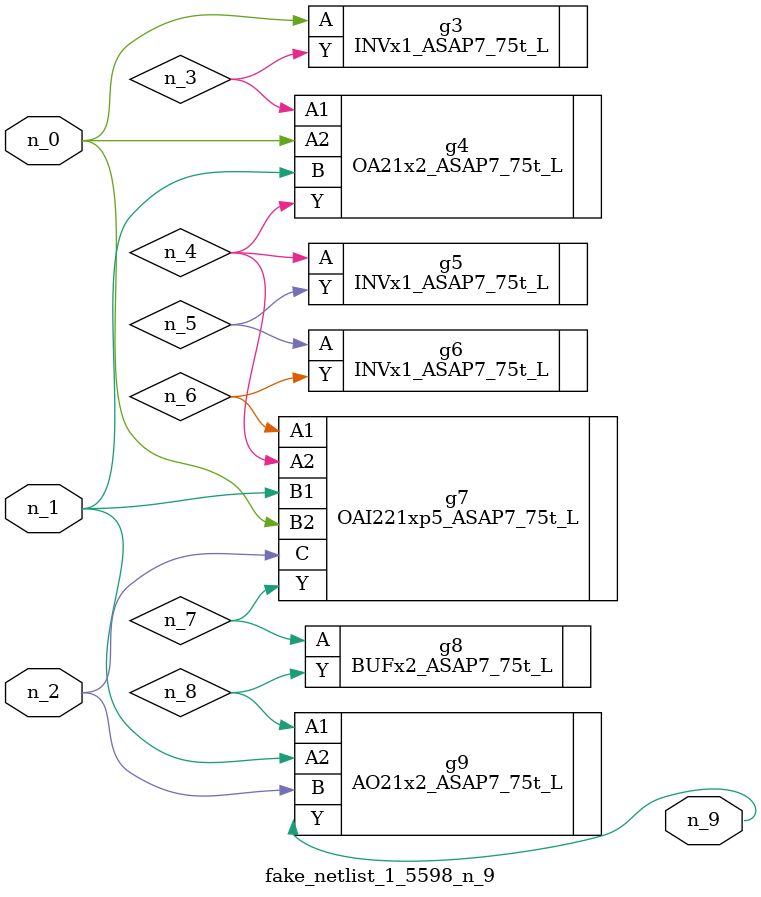
<source format=v>
module fake_netlist_1_5598_n_9 (n_1, n_2, n_0, n_9);
input n_1;
input n_2;
input n_0;
output n_9;
wire n_6;
wire n_4;
wire n_3;
wire n_5;
wire n_7;
wire n_8;
INVx1_ASAP7_75t_L g3 ( .A(n_0), .Y(n_3) );
OA21x2_ASAP7_75t_L g4 ( .A1(n_3), .A2(n_0), .B(n_1), .Y(n_4) );
INVx1_ASAP7_75t_L g5 ( .A(n_4), .Y(n_5) );
INVx1_ASAP7_75t_L g6 ( .A(n_5), .Y(n_6) );
OAI221xp5_ASAP7_75t_L g7 ( .A1(n_6), .A2(n_4), .B1(n_1), .B2(n_0), .C(n_2), .Y(n_7) );
BUFx2_ASAP7_75t_L g8 ( .A(n_7), .Y(n_8) );
AO21x2_ASAP7_75t_L g9 ( .A1(n_8), .A2(n_1), .B(n_2), .Y(n_9) );
endmodule
</source>
